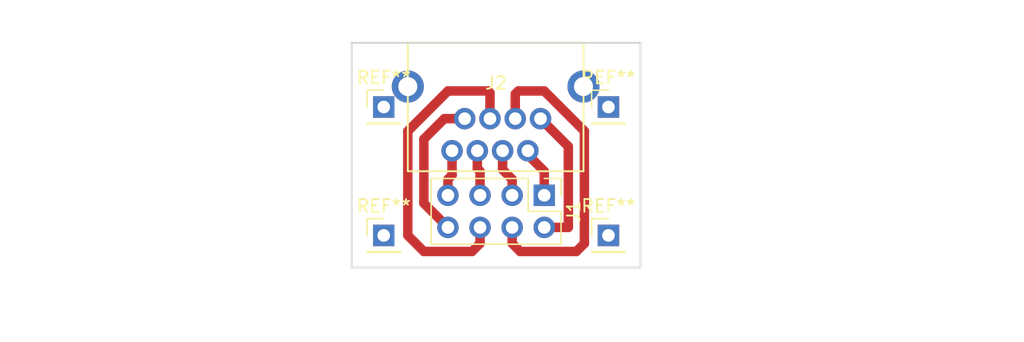
<source format=kicad_pcb>
(kicad_pcb (version 4) (host pcbnew 4.0.7)

  (general
    (links 8)
    (no_connects 0)
    (area 0 0 0 0)
    (thickness 1.6)
    (drawings 4)
    (tracks 40)
    (zones 0)
    (modules 6)
    (nets 9)
  )

  (page A4)
  (layers
    (0 F.Cu signal)
    (31 B.Cu signal)
    (32 B.Adhes user)
    (33 F.Adhes user)
    (34 B.Paste user)
    (35 F.Paste user)
    (36 B.SilkS user)
    (37 F.SilkS user)
    (38 B.Mask user)
    (39 F.Mask user)
    (40 Dwgs.User user)
    (41 Cmts.User user)
    (42 Eco1.User user)
    (43 Eco2.User user)
    (44 Edge.Cuts user)
    (45 Margin user)
    (46 B.CrtYd user)
    (47 F.CrtYd user)
    (48 B.Fab user)
    (49 F.Fab user)
  )

  (setup
    (last_trace_width 0.75)
    (user_trace_width 0.75)
    (trace_clearance 0.2)
    (zone_clearance 0.508)
    (zone_45_only no)
    (trace_min 0.2)
    (segment_width 0.2)
    (edge_width 0.15)
    (via_size 0.6)
    (via_drill 0.4)
    (via_min_size 0.4)
    (via_min_drill 0.3)
    (uvia_size 0.3)
    (uvia_drill 0.1)
    (uvias_allowed no)
    (uvia_min_size 0.2)
    (uvia_min_drill 0.1)
    (pcb_text_width 0.3)
    (pcb_text_size 1.5 1.5)
    (mod_edge_width 0.15)
    (mod_text_size 1 1)
    (mod_text_width 0.15)
    (pad_size 1.524 1.524)
    (pad_drill 0.762)
    (pad_to_mask_clearance 0.2)
    (aux_axis_origin 0 0)
    (visible_elements FFFFFF7F)
    (pcbplotparams
      (layerselection 0x00030_80000001)
      (usegerberextensions false)
      (excludeedgelayer true)
      (linewidth 0.100000)
      (plotframeref false)
      (viasonmask false)
      (mode 1)
      (useauxorigin false)
      (hpglpennumber 1)
      (hpglpenspeed 20)
      (hpglpendiameter 15)
      (hpglpenoverlay 2)
      (psnegative false)
      (psa4output false)
      (plotreference true)
      (plotvalue true)
      (plotinvisibletext false)
      (padsonsilk false)
      (subtractmaskfromsilk false)
      (outputformat 1)
      (mirror false)
      (drillshape 1)
      (scaleselection 1)
      (outputdirectory ""))
  )

  (net 0 "")
  (net 1 "Net-(J1-Pad1)")
  (net 2 "Net-(J1-Pad2)")
  (net 3 "Net-(J1-Pad3)")
  (net 4 "Net-(J1-Pad4)")
  (net 5 "Net-(J1-Pad5)")
  (net 6 "Net-(J1-Pad6)")
  (net 7 "Net-(J1-Pad7)")
  (net 8 "Net-(J1-Pad8)")

  (net_class Default "Esta é a classe de net default."
    (clearance 0.2)
    (trace_width 0.25)
    (via_dia 0.6)
    (via_drill 0.4)
    (uvia_dia 0.3)
    (uvia_drill 0.1)
    (add_net "Net-(J1-Pad1)")
    (add_net "Net-(J1-Pad2)")
    (add_net "Net-(J1-Pad3)")
    (add_net "Net-(J1-Pad4)")
    (add_net "Net-(J1-Pad5)")
    (add_net "Net-(J1-Pad6)")
    (add_net "Net-(J1-Pad7)")
    (add_net "Net-(J1-Pad8)")
  )

  (module RJ45:RJ45 (layer F.Cu) (tedit 5B3EB669) (tstamp 5B3EB644)
    (at 156.845 101.6)
    (path /5B3EB65D)
    (fp_text reference J2 (at 6.985 3.175) (layer F.SilkS)
      (effects (font (size 1 1) (thickness 0.15)))
    )
    (fp_text value Conn_02x04_Top_Bottom (at 6.35 -1.905) (layer F.Fab)
      (effects (font (size 1 1) (thickness 0.15)))
    )
    (fp_line (start 0 0) (end 0 10.16) (layer F.SilkS) (width 0.15))
    (fp_line (start 0 10.16) (end 13.9 10.16) (layer F.SilkS) (width 0.15))
    (fp_line (start 13.9 0) (end 13.9 10.16) (layer F.SilkS) (width 0.15))
    (fp_line (start 13.9 0) (end 0 0) (layer F.SilkS) (width 0.15))
    (pad 1 thru_hole circle (at 4.5 6) (size 1.7 1.7) (drill 1) (layers *.Cu *.Mask)
      (net 8 "Net-(J1-Pad8)"))
    (pad 2 thru_hole circle (at 6.5 6) (size 1.7 1.7) (drill 1) (layers *.Cu *.Mask)
      (net 6 "Net-(J1-Pad6)"))
    (pad 3 thru_hole circle (at 8.5 6) (size 1.7 1.7) (drill 1) (layers *.Cu *.Mask)
      (net 4 "Net-(J1-Pad4)"))
    (pad 4 thru_hole circle (at 10.5 6) (size 1.7 1.7) (drill 1) (layers *.Cu *.Mask)
      (net 2 "Net-(J1-Pad2)"))
    (pad 5 thru_hole circle (at 3.5 8.54) (size 1.7 1.7) (drill 1) (layers *.Cu *.Mask)
      (net 7 "Net-(J1-Pad7)"))
    (pad 6 thru_hole circle (at 5.5 8.54) (size 1.7 1.7) (drill 1) (layers *.Cu *.Mask)
      (net 5 "Net-(J1-Pad5)"))
    (pad 7 thru_hole circle (at 7.5 8.54) (size 1.7 1.7) (drill 1) (layers *.Cu *.Mask)
      (net 3 "Net-(J1-Pad3)"))
    (pad 8 thru_hole circle (at 9.5 8.54) (size 1.7 1.7) (drill 1) (layers *.Cu *.Mask)
      (net 1 "Net-(J1-Pad1)"))
    (pad 9 thru_hole circle (at 0 3.46) (size 2.54 2.54) (drill 1.5) (layers *.Cu *.Mask))
    (pad 10 thru_hole circle (at 13.9 3.46) (size 2.54 2.54) (drill 1.5) (layers *.Cu *.Mask))
  )

  (module Pin_Headers:Pin_Header_Straight_1x01_Pitch2.54mm (layer F.Cu) (tedit 5B3EBA02) (tstamp 5B3EBAC0)
    (at 172.72 106.68)
    (descr "Through hole straight pin header, 1x01, 2.54mm pitch, single row")
    (tags "Through hole pin header THT 1x01 2.54mm single row")
    (fp_text reference REF** (at 0 -2.33) (layer F.SilkS)
      (effects (font (size 1 1) (thickness 0.15)))
    )
    (fp_text value Pin_Header_Straight_1x01_Pitch2.54mm (at 12.7 -7.62) (layer F.Fab)
      (effects (font (size 1 1) (thickness 0.15)))
    )
    (fp_line (start -0.635 -1.27) (end 1.27 -1.27) (layer F.Fab) (width 0.1))
    (fp_line (start 1.27 -1.27) (end 1.27 1.27) (layer F.Fab) (width 0.1))
    (fp_line (start 1.27 1.27) (end -1.27 1.27) (layer F.Fab) (width 0.1))
    (fp_line (start -1.27 1.27) (end -1.27 -0.635) (layer F.Fab) (width 0.1))
    (fp_line (start -1.27 -0.635) (end -0.635 -1.27) (layer F.Fab) (width 0.1))
    (fp_line (start -1.33 1.33) (end 1.33 1.33) (layer F.SilkS) (width 0.12))
    (fp_line (start -1.33 1.27) (end -1.33 1.33) (layer F.SilkS) (width 0.12))
    (fp_line (start 1.33 1.27) (end 1.33 1.33) (layer F.SilkS) (width 0.12))
    (fp_line (start -1.33 1.27) (end 1.33 1.27) (layer F.SilkS) (width 0.12))
    (fp_line (start -1.33 0) (end -1.33 -1.33) (layer F.SilkS) (width 0.12))
    (fp_line (start -1.33 -1.33) (end 0 -1.33) (layer F.SilkS) (width 0.12))
    (fp_line (start -1.8 -1.8) (end -1.8 1.8) (layer F.CrtYd) (width 0.05))
    (fp_line (start -1.8 1.8) (end 1.8 1.8) (layer F.CrtYd) (width 0.05))
    (fp_line (start 1.8 1.8) (end 1.8 -1.8) (layer F.CrtYd) (width 0.05))
    (fp_line (start 1.8 -1.8) (end -1.8 -1.8) (layer F.CrtYd) (width 0.05))
    (fp_text user %R (at 0 0 90) (layer F.Fab)
      (effects (font (size 1 1) (thickness 0.15)))
    )
    (pad 1 thru_hole rect (at 0 0) (size 1.7 1.7) (drill 1) (layers *.Cu *.Mask))
    (model ${KISYS3DMOD}/Pin_Headers.3dshapes/Pin_Header_Straight_1x01_Pitch2.54mm.wrl
      (at (xyz 0 0 0))
      (scale (xyz 1 1 1))
      (rotate (xyz 0 0 0))
    )
  )

  (module Pin_Headers:Pin_Header_Straight_1x01_Pitch2.54mm (layer F.Cu) (tedit 5B3EBA69) (tstamp 5B3EBAAC)
    (at 172.72 116.84)
    (descr "Through hole straight pin header, 1x01, 2.54mm pitch, single row")
    (tags "Through hole pin header THT 1x01 2.54mm single row")
    (fp_text reference REF** (at 0 -2.33) (layer F.SilkS)
      (effects (font (size 1 1) (thickness 0.15)))
    )
    (fp_text value Pin_Header_Straight_1x01_Pitch2.54mm (at 17.78 7.62) (layer F.Fab)
      (effects (font (size 1 1) (thickness 0.15)))
    )
    (fp_line (start -0.635 -1.27) (end 1.27 -1.27) (layer F.Fab) (width 0.1))
    (fp_line (start 1.27 -1.27) (end 1.27 1.27) (layer F.Fab) (width 0.1))
    (fp_line (start 1.27 1.27) (end -1.27 1.27) (layer F.Fab) (width 0.1))
    (fp_line (start -1.27 1.27) (end -1.27 -0.635) (layer F.Fab) (width 0.1))
    (fp_line (start -1.27 -0.635) (end -0.635 -1.27) (layer F.Fab) (width 0.1))
    (fp_line (start -1.33 1.33) (end 1.33 1.33) (layer F.SilkS) (width 0.12))
    (fp_line (start -1.33 1.27) (end -1.33 1.33) (layer F.SilkS) (width 0.12))
    (fp_line (start 1.33 1.27) (end 1.33 1.33) (layer F.SilkS) (width 0.12))
    (fp_line (start -1.33 1.27) (end 1.33 1.27) (layer F.SilkS) (width 0.12))
    (fp_line (start -1.33 0) (end -1.33 -1.33) (layer F.SilkS) (width 0.12))
    (fp_line (start -1.33 -1.33) (end 0 -1.33) (layer F.SilkS) (width 0.12))
    (fp_line (start -1.8 -1.8) (end -1.8 1.8) (layer F.CrtYd) (width 0.05))
    (fp_line (start -1.8 1.8) (end 1.8 1.8) (layer F.CrtYd) (width 0.05))
    (fp_line (start 1.8 1.8) (end 1.8 -1.8) (layer F.CrtYd) (width 0.05))
    (fp_line (start 1.8 -1.8) (end -1.8 -1.8) (layer F.CrtYd) (width 0.05))
    (fp_text user %R (at 0 0 90) (layer F.Fab)
      (effects (font (size 1 1) (thickness 0.15)))
    )
    (pad 1 thru_hole rect (at 0 0) (size 1.7 1.7) (drill 1) (layers *.Cu *.Mask))
    (model ${KISYS3DMOD}/Pin_Headers.3dshapes/Pin_Header_Straight_1x01_Pitch2.54mm.wrl
      (at (xyz 0 0 0))
      (scale (xyz 1 1 1))
      (rotate (xyz 0 0 0))
    )
  )

  (module Pin_Headers:Pin_Header_Straight_1x01_Pitch2.54mm (layer F.Cu) (tedit 5B3EBA66) (tstamp 5B3EBA98)
    (at 154.94 116.84)
    (descr "Through hole straight pin header, 1x01, 2.54mm pitch, single row")
    (tags "Through hole pin header THT 1x01 2.54mm single row")
    (fp_text reference REF** (at 0 -2.33) (layer F.SilkS)
      (effects (font (size 1 1) (thickness 0.15)))
    )
    (fp_text value Pin_Header_Straight_1x01_Pitch2.54mm (at -15.24 7.62) (layer F.Fab)
      (effects (font (size 1 1) (thickness 0.15)))
    )
    (fp_line (start -0.635 -1.27) (end 1.27 -1.27) (layer F.Fab) (width 0.1))
    (fp_line (start 1.27 -1.27) (end 1.27 1.27) (layer F.Fab) (width 0.1))
    (fp_line (start 1.27 1.27) (end -1.27 1.27) (layer F.Fab) (width 0.1))
    (fp_line (start -1.27 1.27) (end -1.27 -0.635) (layer F.Fab) (width 0.1))
    (fp_line (start -1.27 -0.635) (end -0.635 -1.27) (layer F.Fab) (width 0.1))
    (fp_line (start -1.33 1.33) (end 1.33 1.33) (layer F.SilkS) (width 0.12))
    (fp_line (start -1.33 1.27) (end -1.33 1.33) (layer F.SilkS) (width 0.12))
    (fp_line (start 1.33 1.27) (end 1.33 1.33) (layer F.SilkS) (width 0.12))
    (fp_line (start -1.33 1.27) (end 1.33 1.27) (layer F.SilkS) (width 0.12))
    (fp_line (start -1.33 0) (end -1.33 -1.33) (layer F.SilkS) (width 0.12))
    (fp_line (start -1.33 -1.33) (end 0 -1.33) (layer F.SilkS) (width 0.12))
    (fp_line (start -1.8 -1.8) (end -1.8 1.8) (layer F.CrtYd) (width 0.05))
    (fp_line (start -1.8 1.8) (end 1.8 1.8) (layer F.CrtYd) (width 0.05))
    (fp_line (start 1.8 1.8) (end 1.8 -1.8) (layer F.CrtYd) (width 0.05))
    (fp_line (start 1.8 -1.8) (end -1.8 -1.8) (layer F.CrtYd) (width 0.05))
    (fp_text user %R (at 0 0 90) (layer F.Fab)
      (effects (font (size 1 1) (thickness 0.15)))
    )
    (pad 1 thru_hole rect (at 0 0) (size 1.7 1.7) (drill 1) (layers *.Cu *.Mask))
    (model ${KISYS3DMOD}/Pin_Headers.3dshapes/Pin_Header_Straight_1x01_Pitch2.54mm.wrl
      (at (xyz 0 0 0))
      (scale (xyz 1 1 1))
      (rotate (xyz 0 0 0))
    )
  )

  (module Pin_Headers:Pin_Header_Straight_2x04_Pitch2.54mm (layer F.Cu) (tedit 5B3EB665) (tstamp 5B3EB636)
    (at 167.64 113.665 270)
    (descr "Through hole straight pin header, 2x04, 2.54mm pitch, double rows")
    (tags "Through hole pin header THT 2x04 2.54mm double row")
    (path /5B3EB509)
    (fp_text reference J1 (at 1.27 -2.33 270) (layer F.SilkS)
      (effects (font (size 1 1) (thickness 0.15)))
    )
    (fp_text value Conn_02x04_Odd_Even (at 8.89 3.175 360) (layer F.Fab)
      (effects (font (size 1 1) (thickness 0.15)))
    )
    (fp_line (start 0 -1.27) (end 3.81 -1.27) (layer F.Fab) (width 0.1))
    (fp_line (start 3.81 -1.27) (end 3.81 8.89) (layer F.Fab) (width 0.1))
    (fp_line (start 3.81 8.89) (end -1.27 8.89) (layer F.Fab) (width 0.1))
    (fp_line (start -1.27 8.89) (end -1.27 0) (layer F.Fab) (width 0.1))
    (fp_line (start -1.27 0) (end 0 -1.27) (layer F.Fab) (width 0.1))
    (fp_line (start -1.33 8.95) (end 3.87 8.95) (layer F.SilkS) (width 0.12))
    (fp_line (start -1.33 1.27) (end -1.33 8.95) (layer F.SilkS) (width 0.12))
    (fp_line (start 3.87 -1.33) (end 3.87 8.95) (layer F.SilkS) (width 0.12))
    (fp_line (start -1.33 1.27) (end 1.27 1.27) (layer F.SilkS) (width 0.12))
    (fp_line (start 1.27 1.27) (end 1.27 -1.33) (layer F.SilkS) (width 0.12))
    (fp_line (start 1.27 -1.33) (end 3.87 -1.33) (layer F.SilkS) (width 0.12))
    (fp_line (start -1.33 0) (end -1.33 -1.33) (layer F.SilkS) (width 0.12))
    (fp_line (start -1.33 -1.33) (end 0 -1.33) (layer F.SilkS) (width 0.12))
    (fp_line (start -1.8 -1.8) (end -1.8 9.4) (layer F.CrtYd) (width 0.05))
    (fp_line (start -1.8 9.4) (end 4.35 9.4) (layer F.CrtYd) (width 0.05))
    (fp_line (start 4.35 9.4) (end 4.35 -1.8) (layer F.CrtYd) (width 0.05))
    (fp_line (start 4.35 -1.8) (end -1.8 -1.8) (layer F.CrtYd) (width 0.05))
    (fp_text user %R (at 1.27 3.81 360) (layer F.Fab)
      (effects (font (size 1 1) (thickness 0.15)))
    )
    (pad 1 thru_hole rect (at 0 0 270) (size 1.7 1.7) (drill 1) (layers *.Cu *.Mask)
      (net 1 "Net-(J1-Pad1)"))
    (pad 2 thru_hole oval (at 2.54 0 270) (size 1.7 1.7) (drill 1) (layers *.Cu *.Mask)
      (net 2 "Net-(J1-Pad2)"))
    (pad 3 thru_hole oval (at 0 2.54 270) (size 1.7 1.7) (drill 1) (layers *.Cu *.Mask)
      (net 3 "Net-(J1-Pad3)"))
    (pad 4 thru_hole oval (at 2.54 2.54 270) (size 1.7 1.7) (drill 1) (layers *.Cu *.Mask)
      (net 4 "Net-(J1-Pad4)"))
    (pad 5 thru_hole oval (at 0 5.08 270) (size 1.7 1.7) (drill 1) (layers *.Cu *.Mask)
      (net 5 "Net-(J1-Pad5)"))
    (pad 6 thru_hole oval (at 2.54 5.08 270) (size 1.7 1.7) (drill 1) (layers *.Cu *.Mask)
      (net 6 "Net-(J1-Pad6)"))
    (pad 7 thru_hole oval (at 0 7.62 270) (size 1.7 1.7) (drill 1) (layers *.Cu *.Mask)
      (net 7 "Net-(J1-Pad7)"))
    (pad 8 thru_hole oval (at 2.54 7.62 270) (size 1.7 1.7) (drill 1) (layers *.Cu *.Mask)
      (net 8 "Net-(J1-Pad8)"))
    (model ${KISYS3DMOD}/Pin_Headers.3dshapes/Pin_Header_Straight_2x04_Pitch2.54mm.wrl
      (at (xyz 0 0 0))
      (scale (xyz 1 1 1))
      (rotate (xyz 0 0 0))
    )
  )

  (module Pin_Headers:Pin_Header_Straight_1x01_Pitch2.54mm (layer F.Cu) (tedit 5B3EBA04) (tstamp 5B3EB9BF)
    (at 154.94 106.68)
    (descr "Through hole straight pin header, 1x01, 2.54mm pitch, single row")
    (tags "Through hole pin header THT 1x01 2.54mm single row")
    (fp_text reference REF** (at 0 -2.33) (layer F.SilkS)
      (effects (font (size 1 1) (thickness 0.15)))
    )
    (fp_text value Pin_Header_Straight_1x01_Pitch2.54mm (at -15.24 -5.08) (layer F.Fab)
      (effects (font (size 1 1) (thickness 0.15)))
    )
    (fp_line (start -0.635 -1.27) (end 1.27 -1.27) (layer F.Fab) (width 0.1))
    (fp_line (start 1.27 -1.27) (end 1.27 1.27) (layer F.Fab) (width 0.1))
    (fp_line (start 1.27 1.27) (end -1.27 1.27) (layer F.Fab) (width 0.1))
    (fp_line (start -1.27 1.27) (end -1.27 -0.635) (layer F.Fab) (width 0.1))
    (fp_line (start -1.27 -0.635) (end -0.635 -1.27) (layer F.Fab) (width 0.1))
    (fp_line (start -1.33 1.33) (end 1.33 1.33) (layer F.SilkS) (width 0.12))
    (fp_line (start -1.33 1.27) (end -1.33 1.33) (layer F.SilkS) (width 0.12))
    (fp_line (start 1.33 1.27) (end 1.33 1.33) (layer F.SilkS) (width 0.12))
    (fp_line (start -1.33 1.27) (end 1.33 1.27) (layer F.SilkS) (width 0.12))
    (fp_line (start -1.33 0) (end -1.33 -1.33) (layer F.SilkS) (width 0.12))
    (fp_line (start -1.33 -1.33) (end 0 -1.33) (layer F.SilkS) (width 0.12))
    (fp_line (start -1.8 -1.8) (end -1.8 1.8) (layer F.CrtYd) (width 0.05))
    (fp_line (start -1.8 1.8) (end 1.8 1.8) (layer F.CrtYd) (width 0.05))
    (fp_line (start 1.8 1.8) (end 1.8 -1.8) (layer F.CrtYd) (width 0.05))
    (fp_line (start 1.8 -1.8) (end -1.8 -1.8) (layer F.CrtYd) (width 0.05))
    (fp_text user %R (at 0 0 90) (layer F.Fab)
      (effects (font (size 1 1) (thickness 0.15)))
    )
    (pad 1 thru_hole rect (at 0 0) (size 1.7 1.7) (drill 1) (layers *.Cu *.Mask))
    (model ${KISYS3DMOD}/Pin_Headers.3dshapes/Pin_Header_Straight_1x01_Pitch2.54mm.wrl
      (at (xyz 0 0 0))
      (scale (xyz 1 1 1))
      (rotate (xyz 0 0 0))
    )
  )

  (gr_line (start 152.4 101.6) (end 175.26 101.6) (angle 90) (layer Edge.Cuts) (width 0.15))
  (gr_line (start 152.4 119.38) (end 152.4 101.6) (angle 90) (layer Edge.Cuts) (width 0.15))
  (gr_line (start 175.26 119.38) (end 152.4 119.38) (angle 90) (layer Edge.Cuts) (width 0.15))
  (gr_line (start 175.26 101.6) (end 175.26 119.38) (angle 90) (layer Edge.Cuts) (width 0.15))

  (segment (start 166.345 110.14) (end 166.345 110.465) (width 0.75) (layer F.Cu) (net 1))
  (segment (start 166.345 110.465) (end 167.64 111.76) (width 0.75) (layer F.Cu) (net 1) (tstamp 5B3EB6A2))
  (segment (start 167.64 111.76) (end 167.64 113.665) (width 0.75) (layer F.Cu) (net 1) (tstamp 5B3EB6A3))
  (segment (start 167.345 107.6) (end 169.545 109.8) (width 0.75) (layer F.Cu) (net 2))
  (segment (start 169.545 116.205) (end 167.64 116.205) (width 0.75) (layer F.Cu) (net 2) (tstamp 5B3EB700))
  (segment (start 169.545 109.8) (end 169.545 116.205) (width 0.75) (layer F.Cu) (net 2) (tstamp 5B3EB6F9))
  (segment (start 164.345 110.14) (end 164.345 111.64) (width 0.75) (layer F.Cu) (net 3))
  (segment (start 165.1 112.395) (end 165.1 113.665) (width 0.75) (layer F.Cu) (net 3) (tstamp 5B3EB69F))
  (segment (start 164.345 111.64) (end 165.1 112.395) (width 0.75) (layer F.Cu) (net 3) (tstamp 5B3EB69C))
  (segment (start 165.345 107.6) (end 165.345 105.655) (width 0.75) (layer F.Cu) (net 4))
  (segment (start 165.1 117.475) (end 165.1 116.205) (width 0.75) (layer F.Cu) (net 4) (tstamp 5B3EB78C))
  (segment (start 165.735 118.11) (end 165.1 117.475) (width 0.75) (layer F.Cu) (net 4) (tstamp 5B3EB788))
  (segment (start 170.18 118.11) (end 165.735 118.11) (width 0.75) (layer F.Cu) (net 4) (tstamp 5B3EB785))
  (segment (start 170.815 117.475) (end 170.18 118.11) (width 0.75) (layer F.Cu) (net 4) (tstamp 5B3EB784))
  (segment (start 170.815 108.585) (end 170.815 117.475) (width 0.75) (layer F.Cu) (net 4) (tstamp 5B3EB77F))
  (segment (start 167.64 105.41) (end 170.815 108.585) (width 0.75) (layer F.Cu) (net 4) (tstamp 5B3EB77D))
  (segment (start 165.59 105.41) (end 167.64 105.41) (width 0.75) (layer F.Cu) (net 4) (tstamp 5B3EB77C))
  (segment (start 165.345 105.655) (end 165.59 105.41) (width 0.75) (layer F.Cu) (net 4) (tstamp 5B3EB77B))
  (segment (start 162.345 110.14) (end 162.345 111.545) (width 0.75) (layer F.Cu) (net 5))
  (segment (start 162.56 111.76) (end 162.56 113.665) (width 0.75) (layer F.Cu) (net 5) (tstamp 5B3EB6B1))
  (segment (start 162.345 111.545) (end 162.56 111.76) (width 0.75) (layer F.Cu) (net 5) (tstamp 5B3EB6B0))
  (segment (start 162.345 113.45) (end 162.56 113.665) (width 0.75) (layer F.Cu) (net 5) (tstamp 5B3EB699))
  (segment (start 163.345 107.6) (end 163.345 105.56) (width 0.75) (layer F.Cu) (net 6))
  (segment (start 162.56 117.475) (end 162.56 116.205) (width 0.75) (layer F.Cu) (net 6) (tstamp 5B3EB76F))
  (segment (start 161.925 118.11) (end 162.56 117.475) (width 0.75) (layer F.Cu) (net 6) (tstamp 5B3EB76C))
  (segment (start 158.115 118.11) (end 161.925 118.11) (width 0.75) (layer F.Cu) (net 6) (tstamp 5B3EB76A))
  (segment (start 156.845 116.84) (end 158.115 118.11) (width 0.75) (layer F.Cu) (net 6) (tstamp 5B3EB761))
  (segment (start 156.845 108.585) (end 156.845 116.84) (width 0.75) (layer F.Cu) (net 6) (tstamp 5B3EB75E))
  (segment (start 160.02 105.41) (end 156.845 108.585) (width 0.75) (layer F.Cu) (net 6) (tstamp 5B3EB75A))
  (segment (start 163.195 105.41) (end 160.02 105.41) (width 0.75) (layer F.Cu) (net 6) (tstamp 5B3EB756))
  (segment (start 163.345 105.56) (end 163.195 105.41) (width 0.75) (layer F.Cu) (net 6) (tstamp 5B3EB754))
  (segment (start 163.345 107.6) (end 163.195 107.45) (width 0.75) (layer F.Cu) (net 6))
  (segment (start 160.345 110.14) (end 160.345 112.07) (width 0.75) (layer F.Cu) (net 7))
  (segment (start 160.02 112.395) (end 160.02 113.665) (width 0.75) (layer F.Cu) (net 7) (tstamp 5B3EB6AC))
  (segment (start 160.345 112.07) (end 160.02 112.395) (width 0.75) (layer F.Cu) (net 7) (tstamp 5B3EB6A9))
  (segment (start 160.345 110.14) (end 160.02 110.465) (width 0.25) (layer F.Cu) (net 7))
  (segment (start 161.345 107.6) (end 159.735 107.6) (width 0.75) (layer F.Cu) (net 8))
  (segment (start 158.115 114.3) (end 160.02 116.205) (width 0.75) (layer F.Cu) (net 8) (tstamp 5B3EB6DC))
  (segment (start 158.115 109.22) (end 158.115 114.3) (width 0.75) (layer F.Cu) (net 8) (tstamp 5B3EB6D8))
  (segment (start 159.735 107.6) (end 158.115 109.22) (width 0.75) (layer F.Cu) (net 8) (tstamp 5B3EB6D5))

)

</source>
